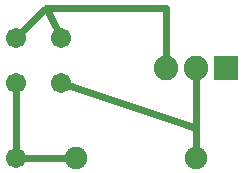
<source format=gbl>
G04 MADE WITH FRITZING*
G04 WWW.FRITZING.ORG*
G04 DOUBLE SIDED*
G04 HOLES PLATED*
G04 CONTOUR ON CENTER OF CONTOUR VECTOR*
%ASAXBY*%
%FSLAX23Y23*%
%MOIN*%
%OFA0B0*%
%SFA1.0B1.0*%
%ADD10C,0.075000*%
%ADD11C,0.082000*%
%ADD12C,0.067559*%
%ADD13R,0.082000X0.082000*%
%ADD14C,0.024000*%
%LNCOPPER0*%
G90*
G70*
G54D10*
X801Y192D03*
X401Y192D03*
X801Y192D03*
X401Y192D03*
G54D11*
X901Y492D03*
X801Y492D03*
X701Y492D03*
X901Y492D03*
X801Y492D03*
X701Y492D03*
G54D12*
X201Y592D03*
X201Y442D03*
X351Y592D03*
X351Y442D03*
X201Y192D03*
X201Y192D03*
G54D13*
X901Y492D03*
X901Y492D03*
G54D14*
X801Y221D02*
X801Y292D01*
D02*
X801Y292D02*
X801Y460D01*
D02*
X226Y192D02*
X372Y192D01*
D02*
X201Y417D02*
X201Y217D01*
D02*
X700Y692D02*
X401Y692D01*
D02*
X401Y692D02*
X300Y692D01*
D02*
X300Y692D02*
X218Y610D01*
D02*
X701Y524D02*
X700Y692D01*
D02*
X300Y692D02*
X340Y614D01*
D02*
X801Y460D02*
X801Y292D01*
D02*
X801Y292D02*
X375Y434D01*
G04 End of Copper0*
M02*
</source>
